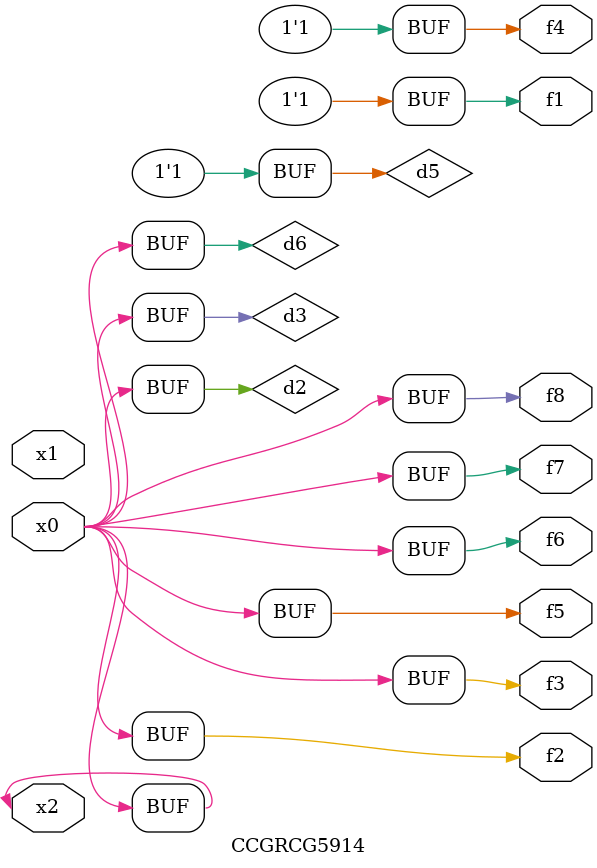
<source format=v>
module CCGRCG5914(
	input x0, x1, x2,
	output f1, f2, f3, f4, f5, f6, f7, f8
);

	wire d1, d2, d3, d4, d5, d6;

	xnor (d1, x2);
	buf (d2, x0, x2);
	and (d3, x0);
	xnor (d4, x1, x2);
	nand (d5, d1, d3);
	buf (d6, d2, d3);
	assign f1 = d5;
	assign f2 = d6;
	assign f3 = d6;
	assign f4 = d5;
	assign f5 = d6;
	assign f6 = d6;
	assign f7 = d6;
	assign f8 = d6;
endmodule

</source>
